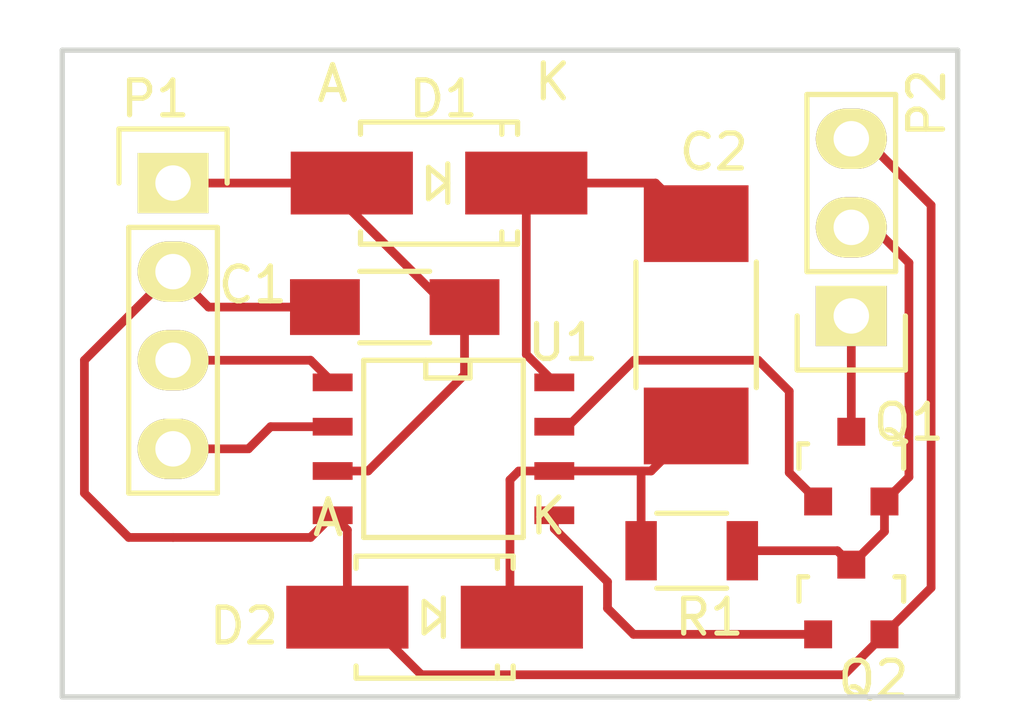
<source format=kicad_pcb>
(kicad_pcb (version 4) (host pcbnew 4.0.1-stable)

  (general
    (links 21)
    (no_connects 0)
    (area 125.019999 98.984999 154.380001 117.677001)
    (thickness 1.6)
    (drawings 4)
    (tracks 66)
    (zones 0)
    (modules 10)
    (nets 11)
  )

  (page A4)
  (layers
    (0 F.Cu signal)
    (31 B.Cu signal)
    (32 B.Adhes user)
    (33 F.Adhes user)
    (34 B.Paste user)
    (35 F.Paste user)
    (36 B.SilkS user)
    (37 F.SilkS user)
    (38 B.Mask user)
    (39 F.Mask user)
    (40 Dwgs.User user)
    (41 Cmts.User user)
    (42 Eco1.User user)
    (43 Eco2.User user)
    (44 Edge.Cuts user)
    (45 Margin user)
    (46 B.CrtYd user)
    (47 F.CrtYd user)
    (48 B.Fab user)
    (49 F.Fab user)
  )

  (setup
    (last_trace_width 0.25)
    (trace_clearance 0.2)
    (zone_clearance 0.508)
    (zone_45_only no)
    (trace_min 0.2)
    (segment_width 0.2)
    (edge_width 0.15)
    (via_size 1.5)
    (via_drill 1)
    (via_min_size 0.4)
    (via_min_drill 0.3)
    (uvia_size 0.3)
    (uvia_drill 0.1)
    (uvias_allowed no)
    (uvia_min_size 0.2)
    (uvia_min_drill 0.1)
    (pcb_text_width 0.3)
    (pcb_text_size 1.5 1.5)
    (mod_edge_width 0.15)
    (mod_text_size 1 1)
    (mod_text_width 0.15)
    (pad_size 1.524 1.524)
    (pad_drill 0.762)
    (pad_to_mask_clearance 0.2)
    (aux_axis_origin 0 0)
    (visible_elements 7FFFFFFF)
    (pcbplotparams
      (layerselection 0x010f0_80000001)
      (usegerberextensions false)
      (excludeedgelayer true)
      (linewidth 0.100000)
      (plotframeref false)
      (viasonmask false)
      (mode 1)
      (useauxorigin false)
      (hpglpennumber 1)
      (hpglpenspeed 20)
      (hpglpendiameter 15)
      (hpglpenoverlay 2)
      (psnegative false)
      (psa4output false)
      (plotreference true)
      (plotvalue true)
      (plotinvisibletext false)
      (padsonsilk false)
      (subtractmaskfromsilk false)
      (outputformat 1)
      (mirror false)
      (drillshape 0)
      (scaleselection 1)
      (outputdirectory gerber))
  )

  (net 0 "")
  (net 1 GND)
  (net 2 "Net-(C2-Pad1)")
  (net 3 "Net-(C2-Pad2)")
  (net 4 VCC)
  (net 5 IN_LO)
  (net 6 IN_HI)
  (net 7 HV)
  (net 8 "Net-(Q1-Pad1)")
  (net 9 "Net-(Q2-Pad1)")
  (net 10 OUT)

  (net_class Default "This is the default net class."
    (clearance 0.2)
    (trace_width 0.25)
    (via_dia 1.5)
    (via_drill 1)
    (uvia_dia 0.3)
    (uvia_drill 0.1)
    (add_net GND)
    (add_net HV)
    (add_net IN_HI)
    (add_net IN_LO)
    (add_net "Net-(C2-Pad1)")
    (add_net "Net-(C2-Pad2)")
    (add_net "Net-(Q1-Pad1)")
    (add_net "Net-(Q2-Pad1)")
    (add_net OUT)
    (add_net VCC)
  )

  (module Diodes_SMD:SMA_Handsoldering (layer F.Cu) (tedit 570EF019) (tstamp 570EEB85)
    (at 135.763 115.316 180)
    (descr "Diode SMA Handsoldering")
    (tags "Diode SMA Handsoldering")
    (path /570EDF5D)
    (attr smd)
    (fp_text reference D2 (at 5.461 -0.254 180) (layer F.SilkS)
      (effects (font (size 1 1) (thickness 0.15)))
    )
    (fp_text value D (at 0.05 4.4 180) (layer F.Fab)
      (effects (font (size 1 1) (thickness 0.15)))
    )
    (fp_line (start -4.5 -2) (end 4.5 -2) (layer F.CrtYd) (width 0.05))
    (fp_line (start 4.5 -2) (end 4.5 2) (layer F.CrtYd) (width 0.05))
    (fp_line (start 4.5 2) (end -4.5 2) (layer F.CrtYd) (width 0.05))
    (fp_line (start -4.5 2) (end -4.5 -2) (layer F.CrtYd) (width 0.05))
    (fp_line (start -0.25 0) (end 0.3 -0.45) (layer F.SilkS) (width 0.15))
    (fp_line (start 0.3 -0.45) (end 0.3 0.45) (layer F.SilkS) (width 0.15))
    (fp_line (start 0.3 0.45) (end -0.25 0) (layer F.SilkS) (width 0.15))
    (fp_line (start -0.25 -0.55) (end -0.25 0.55) (layer F.SilkS) (width 0.15))
    (fp_text user K (at -3.25 2.9 180) (layer F.SilkS)
      (effects (font (size 1 1) (thickness 0.15)))
    )
    (fp_text user A (at 3.05 2.85 180) (layer F.SilkS)
      (effects (font (size 1 1) (thickness 0.15)))
    )
    (fp_line (start -1.79914 1.75006) (end -1.79914 1.39954) (layer F.SilkS) (width 0.15))
    (fp_line (start -1.79914 -1.75006) (end -1.79914 -1.39954) (layer F.SilkS) (width 0.15))
    (fp_line (start 2.25044 1.75006) (end 2.25044 1.39954) (layer F.SilkS) (width 0.15))
    (fp_line (start -2.25044 1.75006) (end -2.25044 1.39954) (layer F.SilkS) (width 0.15))
    (fp_line (start -2.25044 -1.75006) (end -2.25044 -1.39954) (layer F.SilkS) (width 0.15))
    (fp_line (start 2.25044 -1.75006) (end 2.25044 -1.39954) (layer F.SilkS) (width 0.15))
    (fp_line (start -2.25044 1.75006) (end 2.25044 1.75006) (layer F.SilkS) (width 0.15))
    (fp_line (start -2.25044 -1.75006) (end 2.25044 -1.75006) (layer F.SilkS) (width 0.15))
    (pad 1 smd rect (at -2.49936 0 180) (size 3.50012 1.80086) (layers F.Cu F.Paste F.Mask)
      (net 2 "Net-(C2-Pad1)"))
    (pad 2 smd rect (at 2.49936 0 180) (size 3.50012 1.80086) (layers F.Cu F.Paste F.Mask)
      (net 1 GND))
    (model Diodes_SMD.3dshapes/SMA_Handsoldering.wrl
      (at (xyz 0 0 0))
      (scale (xyz 0.3937 0.3937 0.3937))
      (rotate (xyz 0 0 180))
    )
  )

  (module Capacitors_SMD:C_1206_HandSoldering (layer F.Cu) (tedit 570EF00B) (tstamp 56F2FF7F)
    (at 134.62 106.426)
    (descr "Capacitor SMD 1206, hand soldering")
    (tags "capacitor 1206")
    (path /56F2FEDE)
    (attr smd)
    (fp_text reference C1 (at -4.064 -0.635) (layer F.SilkS)
      (effects (font (size 1 1) (thickness 0.15)))
    )
    (fp_text value 0.1uF (at 0 2.3) (layer F.Fab)
      (effects (font (size 1 1) (thickness 0.15)))
    )
    (fp_line (start -3.3 -1.15) (end 3.3 -1.15) (layer F.CrtYd) (width 0.05))
    (fp_line (start -3.3 1.15) (end 3.3 1.15) (layer F.CrtYd) (width 0.05))
    (fp_line (start -3.3 -1.15) (end -3.3 1.15) (layer F.CrtYd) (width 0.05))
    (fp_line (start 3.3 -1.15) (end 3.3 1.15) (layer F.CrtYd) (width 0.05))
    (fp_line (start 1 -1.025) (end -1 -1.025) (layer F.SilkS) (width 0.15))
    (fp_line (start -1 1.025) (end 1 1.025) (layer F.SilkS) (width 0.15))
    (pad 1 smd rect (at -2 0) (size 2 1.6) (layers F.Cu F.Paste F.Mask)
      (net 1 GND))
    (pad 2 smd rect (at 2 0) (size 2 1.6) (layers F.Cu F.Paste F.Mask)
      (net 4 VCC))
    (model Capacitors_SMD.3dshapes/C_1206_HandSoldering.wrl
      (at (xyz 0 0 0))
      (scale (xyz 1 1 1))
      (rotate (xyz 0 0 0))
    )
  )

  (module Capacitors_SMD:C_1812_HandSoldering (layer F.Cu) (tedit 570EEFEC) (tstamp 56F2FF85)
    (at 143.256 106.934 90)
    (descr "Capacitor SMD 1812, hand soldering")
    (tags "capacitor 1812")
    (path /56F2FCB1)
    (attr smd)
    (fp_text reference C2 (at 4.953 0.508 180) (layer F.SilkS)
      (effects (font (size 1 1) (thickness 0.15)))
    )
    (fp_text value 0.1uF (at 0 3 90) (layer F.Fab)
      (effects (font (size 1 1) (thickness 0.15)))
    )
    (fp_line (start -4.3 -1.85) (end 4.3 -1.85) (layer F.CrtYd) (width 0.05))
    (fp_line (start -4.3 1.85) (end 4.3 1.85) (layer F.CrtYd) (width 0.05))
    (fp_line (start -4.3 -1.85) (end -4.3 1.85) (layer F.CrtYd) (width 0.05))
    (fp_line (start 4.3 -1.85) (end 4.3 1.85) (layer F.CrtYd) (width 0.05))
    (fp_line (start 1.8 -1.725) (end -1.8 -1.725) (layer F.SilkS) (width 0.15))
    (fp_line (start -1.8 1.725) (end 1.8 1.725) (layer F.SilkS) (width 0.15))
    (pad 1 smd rect (at -2.9 0 90) (size 2.2 3) (layers F.Cu F.Paste F.Mask)
      (net 2 "Net-(C2-Pad1)"))
    (pad 2 smd rect (at 2.9 0 90) (size 2.2 3) (layers F.Cu F.Paste F.Mask)
      (net 3 "Net-(C2-Pad2)"))
    (model Capacitors_SMD.3dshapes/C_1812_HandSoldering.wrl
      (at (xyz 0 0 0))
      (scale (xyz 1 1 1))
      (rotate (xyz 0 0 0))
    )
  )

  (module Diodes_SMD:SMA_Handsoldering (layer F.Cu) (tedit 570EEFF5) (tstamp 56F2FF8B)
    (at 135.89 102.87 180)
    (descr "Diode SMA Handsoldering")
    (tags "Diode SMA Handsoldering")
    (path /56F2FD37)
    (attr smd)
    (fp_text reference D1 (at -0.127 2.413 180) (layer F.SilkS)
      (effects (font (size 1 1) (thickness 0.15)))
    )
    (fp_text value D (at 0.05 4.4 180) (layer F.Fab)
      (effects (font (size 1 1) (thickness 0.15)))
    )
    (fp_line (start -4.5 -2) (end 4.5 -2) (layer F.CrtYd) (width 0.05))
    (fp_line (start 4.5 -2) (end 4.5 2) (layer F.CrtYd) (width 0.05))
    (fp_line (start 4.5 2) (end -4.5 2) (layer F.CrtYd) (width 0.05))
    (fp_line (start -4.5 2) (end -4.5 -2) (layer F.CrtYd) (width 0.05))
    (fp_line (start -0.25 0) (end 0.3 -0.45) (layer F.SilkS) (width 0.15))
    (fp_line (start 0.3 -0.45) (end 0.3 0.45) (layer F.SilkS) (width 0.15))
    (fp_line (start 0.3 0.45) (end -0.25 0) (layer F.SilkS) (width 0.15))
    (fp_line (start -0.25 -0.55) (end -0.25 0.55) (layer F.SilkS) (width 0.15))
    (fp_text user K (at -3.25 2.9 180) (layer F.SilkS)
      (effects (font (size 1 1) (thickness 0.15)))
    )
    (fp_text user A (at 3.05 2.85 180) (layer F.SilkS)
      (effects (font (size 1 1) (thickness 0.15)))
    )
    (fp_line (start -1.79914 1.75006) (end -1.79914 1.39954) (layer F.SilkS) (width 0.15))
    (fp_line (start -1.79914 -1.75006) (end -1.79914 -1.39954) (layer F.SilkS) (width 0.15))
    (fp_line (start 2.25044 1.75006) (end 2.25044 1.39954) (layer F.SilkS) (width 0.15))
    (fp_line (start -2.25044 1.75006) (end -2.25044 1.39954) (layer F.SilkS) (width 0.15))
    (fp_line (start -2.25044 -1.75006) (end -2.25044 -1.39954) (layer F.SilkS) (width 0.15))
    (fp_line (start 2.25044 -1.75006) (end 2.25044 -1.39954) (layer F.SilkS) (width 0.15))
    (fp_line (start -2.25044 1.75006) (end 2.25044 1.75006) (layer F.SilkS) (width 0.15))
    (fp_line (start -2.25044 -1.75006) (end 2.25044 -1.75006) (layer F.SilkS) (width 0.15))
    (pad 1 smd rect (at -2.49936 0 180) (size 3.50012 1.80086) (layers F.Cu F.Paste F.Mask)
      (net 3 "Net-(C2-Pad2)"))
    (pad 2 smd rect (at 2.49936 0 180) (size 3.50012 1.80086) (layers F.Cu F.Paste F.Mask)
      (net 4 VCC))
    (model Diodes_SMD.3dshapes/SMA_Handsoldering.wrl
      (at (xyz 0 0 0))
      (scale (xyz 0.3937 0.3937 0.3937))
      (rotate (xyz 0 0 180))
    )
  )

  (module TO_SOT_Packages_SMD:SOT-23 (layer F.Cu) (tedit 570EF02E) (tstamp 56F2FF9C)
    (at 147.701 110.998)
    (descr "SOT-23, Standard")
    (tags SOT-23)
    (path /56F2F828)
    (attr smd)
    (fp_text reference Q1 (at 1.651 -1.27) (layer F.SilkS)
      (effects (font (size 1 1) (thickness 0.15)))
    )
    (fp_text value BSS127S-7 (at 0 2.3) (layer F.Fab)
      (effects (font (size 1 1) (thickness 0.15)))
    )
    (fp_line (start -1.65 -1.6) (end 1.65 -1.6) (layer F.CrtYd) (width 0.05))
    (fp_line (start 1.65 -1.6) (end 1.65 1.6) (layer F.CrtYd) (width 0.05))
    (fp_line (start 1.65 1.6) (end -1.65 1.6) (layer F.CrtYd) (width 0.05))
    (fp_line (start -1.65 1.6) (end -1.65 -1.6) (layer F.CrtYd) (width 0.05))
    (fp_line (start 1.29916 -0.65024) (end 1.2509 -0.65024) (layer F.SilkS) (width 0.15))
    (fp_line (start -1.49982 0.0508) (end -1.49982 -0.65024) (layer F.SilkS) (width 0.15))
    (fp_line (start -1.49982 -0.65024) (end -1.2509 -0.65024) (layer F.SilkS) (width 0.15))
    (fp_line (start 1.29916 -0.65024) (end 1.49982 -0.65024) (layer F.SilkS) (width 0.15))
    (fp_line (start 1.49982 -0.65024) (end 1.49982 0.0508) (layer F.SilkS) (width 0.15))
    (pad 1 smd rect (at -0.95 1.00076) (size 0.8001 0.8001) (layers F.Cu F.Paste F.Mask)
      (net 8 "Net-(Q1-Pad1)"))
    (pad 2 smd rect (at 0.95 1.00076) (size 0.8001 0.8001) (layers F.Cu F.Paste F.Mask)
      (net 10 OUT))
    (pad 3 smd rect (at 0 -0.99822) (size 0.8001 0.8001) (layers F.Cu F.Paste F.Mask)
      (net 7 HV))
    (model TO_SOT_Packages_SMD.3dshapes/SOT-23.wrl
      (at (xyz 0 0 0))
      (scale (xyz 1 1 1))
      (rotate (xyz 0 0 0))
    )
  )

  (module TO_SOT_Packages_SMD:SOT-23 (layer F.Cu) (tedit 570EF022) (tstamp 56F2FFA3)
    (at 147.701 114.808)
    (descr "SOT-23, Standard")
    (tags SOT-23)
    (path /56F2F867)
    (attr smd)
    (fp_text reference Q2 (at 0.635 2.286) (layer F.SilkS)
      (effects (font (size 1 1) (thickness 0.15)))
    )
    (fp_text value BSS127S-7 (at 0 2.3) (layer F.Fab)
      (effects (font (size 1 1) (thickness 0.15)))
    )
    (fp_line (start -1.65 -1.6) (end 1.65 -1.6) (layer F.CrtYd) (width 0.05))
    (fp_line (start 1.65 -1.6) (end 1.65 1.6) (layer F.CrtYd) (width 0.05))
    (fp_line (start 1.65 1.6) (end -1.65 1.6) (layer F.CrtYd) (width 0.05))
    (fp_line (start -1.65 1.6) (end -1.65 -1.6) (layer F.CrtYd) (width 0.05))
    (fp_line (start 1.29916 -0.65024) (end 1.2509 -0.65024) (layer F.SilkS) (width 0.15))
    (fp_line (start -1.49982 0.0508) (end -1.49982 -0.65024) (layer F.SilkS) (width 0.15))
    (fp_line (start -1.49982 -0.65024) (end -1.2509 -0.65024) (layer F.SilkS) (width 0.15))
    (fp_line (start 1.29916 -0.65024) (end 1.49982 -0.65024) (layer F.SilkS) (width 0.15))
    (fp_line (start 1.49982 -0.65024) (end 1.49982 0.0508) (layer F.SilkS) (width 0.15))
    (pad 1 smd rect (at -0.95 1.00076) (size 0.8001 0.8001) (layers F.Cu F.Paste F.Mask)
      (net 9 "Net-(Q2-Pad1)"))
    (pad 2 smd rect (at 0.95 1.00076) (size 0.8001 0.8001) (layers F.Cu F.Paste F.Mask)
      (net 1 GND))
    (pad 3 smd rect (at 0 -0.99822) (size 0.8001 0.8001) (layers F.Cu F.Paste F.Mask)
      (net 10 OUT))
    (model TO_SOT_Packages_SMD.3dshapes/SOT-23.wrl
      (at (xyz 0 0 0))
      (scale (xyz 1 1 1))
      (rotate (xyz 0 0 0))
    )
  )

  (module SMD_Packages:SOIC-8-N (layer F.Cu) (tedit 570EF012) (tstamp 56F2FFB6)
    (at 136.017 110.49 270)
    (descr "Module Narrow CMS SOJ 8 pins large")
    (tags "CMS SOJ")
    (path /56F2FBFA)
    (attr smd)
    (fp_text reference U1 (at -3.048 -3.429 540) (layer F.SilkS)
      (effects (font (size 1 1) (thickness 0.15)))
    )
    (fp_text value NCP5304 (at 0 1.27 270) (layer F.Fab)
      (effects (font (size 1 1) (thickness 0.15)))
    )
    (fp_line (start -2.54 -2.286) (end 2.54 -2.286) (layer F.SilkS) (width 0.15))
    (fp_line (start 2.54 -2.286) (end 2.54 2.286) (layer F.SilkS) (width 0.15))
    (fp_line (start 2.54 2.286) (end -2.54 2.286) (layer F.SilkS) (width 0.15))
    (fp_line (start -2.54 2.286) (end -2.54 -2.286) (layer F.SilkS) (width 0.15))
    (fp_line (start -2.54 -0.762) (end -2.032 -0.762) (layer F.SilkS) (width 0.15))
    (fp_line (start -2.032 -0.762) (end -2.032 0.508) (layer F.SilkS) (width 0.15))
    (fp_line (start -2.032 0.508) (end -2.54 0.508) (layer F.SilkS) (width 0.15))
    (pad 8 smd rect (at -1.905 -3.175 270) (size 0.508 1.143) (layers F.Cu F.Paste F.Mask)
      (net 3 "Net-(C2-Pad2)"))
    (pad 7 smd rect (at -0.635 -3.175 270) (size 0.508 1.143) (layers F.Cu F.Paste F.Mask)
      (net 8 "Net-(Q1-Pad1)"))
    (pad 6 smd rect (at 0.635 -3.175 270) (size 0.508 1.143) (layers F.Cu F.Paste F.Mask)
      (net 2 "Net-(C2-Pad1)"))
    (pad 5 smd rect (at 1.905 -3.175 270) (size 0.508 1.143) (layers F.Cu F.Paste F.Mask)
      (net 9 "Net-(Q2-Pad1)"))
    (pad 4 smd rect (at 1.905 3.175 270) (size 0.508 1.143) (layers F.Cu F.Paste F.Mask)
      (net 1 GND))
    (pad 3 smd rect (at 0.635 3.175 270) (size 0.508 1.143) (layers F.Cu F.Paste F.Mask)
      (net 4 VCC))
    (pad 2 smd rect (at -0.635 3.175 270) (size 0.508 1.143) (layers F.Cu F.Paste F.Mask)
      (net 6 IN_HI))
    (pad 1 smd rect (at -1.905 3.175 270) (size 0.508 1.143) (layers F.Cu F.Paste F.Mask)
      (net 5 IN_LO))
    (model SMD_Packages.3dshapes/SOIC-8-N.wrl
      (at (xyz 0 0 0))
      (scale (xyz 0.5 0.38 0.5))
      (rotate (xyz 0 0 0))
    )
  )

  (module Resistors_SMD:R_1206 (layer F.Cu) (tedit 570EF016) (tstamp 570EEB8B)
    (at 143.129 113.411 180)
    (descr "Resistor SMD 1206, reflow soldering, Vishay (see dcrcw.pdf)")
    (tags "resistor 1206")
    (path /570EE021)
    (attr smd)
    (fp_text reference R1 (at -0.508 -1.905 180) (layer F.SilkS)
      (effects (font (size 1 1) (thickness 0.15)))
    )
    (fp_text value 10 (at 0 2.3 180) (layer F.Fab)
      (effects (font (size 1 1) (thickness 0.15)))
    )
    (fp_line (start -2.2 -1.2) (end 2.2 -1.2) (layer F.CrtYd) (width 0.05))
    (fp_line (start -2.2 1.2) (end 2.2 1.2) (layer F.CrtYd) (width 0.05))
    (fp_line (start -2.2 -1.2) (end -2.2 1.2) (layer F.CrtYd) (width 0.05))
    (fp_line (start 2.2 -1.2) (end 2.2 1.2) (layer F.CrtYd) (width 0.05))
    (fp_line (start 1 1.075) (end -1 1.075) (layer F.SilkS) (width 0.15))
    (fp_line (start -1 -1.075) (end 1 -1.075) (layer F.SilkS) (width 0.15))
    (pad 1 smd rect (at -1.45 0 180) (size 0.9 1.7) (layers F.Cu F.Paste F.Mask)
      (net 10 OUT))
    (pad 2 smd rect (at 1.45 0 180) (size 0.9 1.7) (layers F.Cu F.Paste F.Mask)
      (net 2 "Net-(C2-Pad1)"))
    (model Resistors_SMD.3dshapes/R_1206.wrl
      (at (xyz 0 0 0))
      (scale (xyz 1 1 1))
      (rotate (xyz 0 0 0))
    )
  )

  (module Pin_Headers:Pin_Header_Straight_1x04 (layer F.Cu) (tedit 570EF035) (tstamp 570EEEEC)
    (at 128.27 102.87)
    (descr "Through hole pin header")
    (tags "pin header")
    (path /570EF1D4)
    (fp_text reference P1 (at -0.508 -2.413) (layer F.SilkS)
      (effects (font (size 1 1) (thickness 0.15)))
    )
    (fp_text value CONN_01X04 (at 0 -3.1) (layer F.Fab)
      (effects (font (size 1 1) (thickness 0.15)))
    )
    (fp_line (start -1.75 -1.75) (end -1.75 9.4) (layer F.CrtYd) (width 0.05))
    (fp_line (start 1.75 -1.75) (end 1.75 9.4) (layer F.CrtYd) (width 0.05))
    (fp_line (start -1.75 -1.75) (end 1.75 -1.75) (layer F.CrtYd) (width 0.05))
    (fp_line (start -1.75 9.4) (end 1.75 9.4) (layer F.CrtYd) (width 0.05))
    (fp_line (start -1.27 1.27) (end -1.27 8.89) (layer F.SilkS) (width 0.15))
    (fp_line (start 1.27 1.27) (end 1.27 8.89) (layer F.SilkS) (width 0.15))
    (fp_line (start 1.55 -1.55) (end 1.55 0) (layer F.SilkS) (width 0.15))
    (fp_line (start -1.27 8.89) (end 1.27 8.89) (layer F.SilkS) (width 0.15))
    (fp_line (start 1.27 1.27) (end -1.27 1.27) (layer F.SilkS) (width 0.15))
    (fp_line (start -1.55 0) (end -1.55 -1.55) (layer F.SilkS) (width 0.15))
    (fp_line (start -1.55 -1.55) (end 1.55 -1.55) (layer F.SilkS) (width 0.15))
    (pad 1 thru_hole rect (at 0 0) (size 2.032 1.7272) (drill 1.016) (layers *.Cu *.Mask F.SilkS)
      (net 4 VCC))
    (pad 2 thru_hole oval (at 0 2.54) (size 2.032 1.7272) (drill 1.016) (layers *.Cu *.Mask F.SilkS)
      (net 1 GND))
    (pad 3 thru_hole oval (at 0 5.08) (size 2.032 1.7272) (drill 1.016) (layers *.Cu *.Mask F.SilkS)
      (net 5 IN_LO))
    (pad 4 thru_hole oval (at 0 7.62) (size 2.032 1.7272) (drill 1.016) (layers *.Cu *.Mask F.SilkS)
      (net 6 IN_HI))
    (model Pin_Headers.3dshapes/Pin_Header_Straight_1x04.wrl
      (at (xyz 0 -0.15 0))
      (scale (xyz 1 1 1))
      (rotate (xyz 0 0 90))
    )
  )

  (module Pin_Headers:Pin_Header_Straight_1x03 (layer F.Cu) (tedit 570EF028) (tstamp 570EEEF3)
    (at 147.701 106.68 180)
    (descr "Through hole pin header")
    (tags "pin header")
    (path /570EF2D8)
    (fp_text reference P2 (at -2.159 6.096 270) (layer F.SilkS)
      (effects (font (size 1 1) (thickness 0.15)))
    )
    (fp_text value CONN_01X03 (at 0 -3.1 180) (layer F.Fab)
      (effects (font (size 1 1) (thickness 0.15)))
    )
    (fp_line (start -1.75 -1.75) (end -1.75 6.85) (layer F.CrtYd) (width 0.05))
    (fp_line (start 1.75 -1.75) (end 1.75 6.85) (layer F.CrtYd) (width 0.05))
    (fp_line (start -1.75 -1.75) (end 1.75 -1.75) (layer F.CrtYd) (width 0.05))
    (fp_line (start -1.75 6.85) (end 1.75 6.85) (layer F.CrtYd) (width 0.05))
    (fp_line (start -1.27 1.27) (end -1.27 6.35) (layer F.SilkS) (width 0.15))
    (fp_line (start -1.27 6.35) (end 1.27 6.35) (layer F.SilkS) (width 0.15))
    (fp_line (start 1.27 6.35) (end 1.27 1.27) (layer F.SilkS) (width 0.15))
    (fp_line (start 1.55 -1.55) (end 1.55 0) (layer F.SilkS) (width 0.15))
    (fp_line (start 1.27 1.27) (end -1.27 1.27) (layer F.SilkS) (width 0.15))
    (fp_line (start -1.55 0) (end -1.55 -1.55) (layer F.SilkS) (width 0.15))
    (fp_line (start -1.55 -1.55) (end 1.55 -1.55) (layer F.SilkS) (width 0.15))
    (pad 1 thru_hole rect (at 0 0 180) (size 2.032 1.7272) (drill 1.016) (layers *.Cu *.Mask F.SilkS)
      (net 7 HV))
    (pad 2 thru_hole oval (at 0 2.54 180) (size 2.032 1.7272) (drill 1.016) (layers *.Cu *.Mask F.SilkS)
      (net 10 OUT))
    (pad 3 thru_hole oval (at 0 5.08 180) (size 2.032 1.7272) (drill 1.016) (layers *.Cu *.Mask F.SilkS)
      (net 1 GND))
    (model Pin_Headers.3dshapes/Pin_Header_Straight_1x03.wrl
      (at (xyz 0 -0.1 0))
      (scale (xyz 1 1 1))
      (rotate (xyz 0 0 90))
    )
  )

  (gr_line (start 150.749 99.06) (end 125.095 99.06) (angle 90) (layer Edge.Cuts) (width 0.15))
  (gr_line (start 150.749 117.602) (end 125.095 117.602) (angle 90) (layer Edge.Cuts) (width 0.15))
  (gr_line (start 150.749 99.06) (end 150.749 117.602) (angle 90) (layer Edge.Cuts) (width 0.15))
  (gr_line (start 125.095 117.602) (end 125.095 99.06) (angle 90) (layer Edge.Cuts) (width 0.15))

  (segment (start 133.26364 115.316) (end 133.731 115.316) (width 0.25) (layer F.Cu) (net 1))
  (segment (start 133.731 115.316) (end 135.382 116.967) (width 0.25) (layer F.Cu) (net 1) (tstamp 570EEF96))
  (segment (start 147.49276 116.967) (end 148.651 115.80876) (width 0.25) (layer F.Cu) (net 1) (tstamp 570EEF99))
  (segment (start 135.382 116.967) (end 147.49276 116.967) (width 0.25) (layer F.Cu) (net 1) (tstamp 570EEF97))
  (segment (start 147.701 101.6) (end 148.082 101.6) (width 0.25) (layer F.Cu) (net 1))
  (segment (start 148.082 101.6) (end 149.987 103.505) (width 0.25) (layer F.Cu) (net 1) (tstamp 570EEF0A))
  (segment (start 149.987 103.505) (end 149.987 114.47276) (width 0.25) (layer F.Cu) (net 1) (tstamp 570EEF0B))
  (segment (start 149.987 114.47276) (end 148.651 115.80876) (width 0.25) (layer F.Cu) (net 1) (tstamp 570EEF0D))
  (segment (start 148.651 115.80876) (end 148.60524 115.80876) (width 0.25) (layer F.Cu) (net 1))
  (segment (start 132.62 106.426) (end 129.286 106.426) (width 0.25) (layer F.Cu) (net 1))
  (segment (start 129.286 106.426) (end 128.27 105.41) (width 0.25) (layer F.Cu) (net 1) (tstamp 570EEDAA))
  (segment (start 133.26364 115.316) (end 133.26364 112.81664) (width 0.25) (layer F.Cu) (net 1))
  (segment (start 133.26364 112.81664) (end 132.842 112.395) (width 0.25) (layer F.Cu) (net 1) (tstamp 570EED7B))
  (segment (start 128.27 113.03) (end 132.207 113.03) (width 0.25) (layer F.Cu) (net 1))
  (segment (start 132.207 113.03) (end 132.842 112.395) (width 0.25) (layer F.Cu) (net 1) (tstamp 570EED71))
  (segment (start 128.27 113.03) (end 127 113.03) (width 0.25) (layer F.Cu) (net 1))
  (segment (start 125.73 107.95) (end 128.27 105.41) (width 0.25) (layer F.Cu) (net 1) (tstamp 56F301B9))
  (segment (start 125.73 111.76) (end 125.73 107.95) (width 0.25) (layer F.Cu) (net 1) (tstamp 56F301B7))
  (segment (start 127 113.03) (end 125.73 111.76) (width 0.25) (layer F.Cu) (net 1) (tstamp 56F301B5))
  (segment (start 139.192 111.125) (end 138.176 111.125) (width 0.25) (layer F.Cu) (net 2))
  (segment (start 137.922 111.379) (end 137.922 114.97564) (width 0.25) (layer F.Cu) (net 2) (tstamp 570EEF92))
  (segment (start 138.176 111.125) (end 137.922 111.379) (width 0.25) (layer F.Cu) (net 2) (tstamp 570EEF91))
  (segment (start 137.922 114.97564) (end 138.26236 115.316) (width 0.25) (layer F.Cu) (net 2) (tstamp 570EEF93))
  (segment (start 141.679 113.411) (end 141.679 111.125) (width 0.25) (layer F.Cu) (net 2))
  (segment (start 141.679 111.125) (end 141.732 111.125) (width 0.25) (layer F.Cu) (net 2) (tstamp 570EEF8B))
  (segment (start 139.192 111.125) (end 141.732 111.125) (width 0.25) (layer F.Cu) (net 2))
  (segment (start 141.732 111.125) (end 141.965 111.125) (width 0.25) (layer F.Cu) (net 2) (tstamp 570EEF8F))
  (segment (start 141.965 111.125) (end 143.256 109.834) (width 0.25) (layer F.Cu) (net 2) (tstamp 570EEF7E))
  (segment (start 138.38936 102.87) (end 142.092 102.87) (width 0.25) (layer F.Cu) (net 3))
  (segment (start 142.092 102.87) (end 143.256 104.034) (width 0.25) (layer F.Cu) (net 3) (tstamp 570EEF71))
  (segment (start 138.38936 102.87) (end 138.38936 107.78236) (width 0.25) (layer F.Cu) (net 3))
  (segment (start 138.38936 107.78236) (end 139.192 108.585) (width 0.25) (layer F.Cu) (net 3) (tstamp 570EEF6D))
  (segment (start 136.62 106.426) (end 136.144 106.426) (width 0.25) (layer F.Cu) (net 4))
  (segment (start 136.144 106.426) (end 133.39064 103.67264) (width 0.25) (layer F.Cu) (net 4) (tstamp 570EEDA6))
  (segment (start 133.39064 103.67264) (end 133.39064 102.87) (width 0.25) (layer F.Cu) (net 4) (tstamp 570EEDA7))
  (segment (start 132.842 111.125) (end 133.858 111.125) (width 0.25) (layer F.Cu) (net 4))
  (segment (start 136.62 108.363) (end 136.62 106.426) (width 0.25) (layer F.Cu) (net 4) (tstamp 570EED76))
  (segment (start 133.858 111.125) (end 136.62 108.363) (width 0.25) (layer F.Cu) (net 4) (tstamp 570EED74))
  (segment (start 128.27 102.87) (end 133.39064 102.87) (width 0.25) (layer F.Cu) (net 4))
  (segment (start 128.27 107.95) (end 132.207 107.95) (width 0.25) (layer F.Cu) (net 5))
  (segment (start 132.207 107.95) (end 132.842 108.585) (width 0.25) (layer F.Cu) (net 5) (tstamp 570EED6A))
  (segment (start 128.27 110.49) (end 130.429 110.49) (width 0.25) (layer F.Cu) (net 6))
  (segment (start 131.064 109.855) (end 132.842 109.855) (width 0.25) (layer F.Cu) (net 6) (tstamp 570EED6E))
  (segment (start 130.429 110.49) (end 131.064 109.855) (width 0.25) (layer F.Cu) (net 6) (tstamp 570EED6D))
  (segment (start 147.701 106.68) (end 147.701 109.99978) (width 0.25) (layer F.Cu) (net 7))
  (segment (start 147.701 109.99978) (end 147.59178 109.99978) (width 0.25) (layer F.Cu) (net 7))
  (segment (start 139.192 109.855) (end 139.573 109.855) (width 0.25) (layer F.Cu) (net 8))
  (segment (start 139.573 109.855) (end 141.478 107.95) (width 0.25) (layer F.Cu) (net 8) (tstamp 570EEF82))
  (segment (start 141.478 107.95) (end 145.034 107.95) (width 0.25) (layer F.Cu) (net 8) (tstamp 570EEF83))
  (segment (start 145.034 107.95) (end 145.923 108.839) (width 0.25) (layer F.Cu) (net 8) (tstamp 570EEF85))
  (segment (start 145.923 108.839) (end 145.923 111.17076) (width 0.25) (layer F.Cu) (net 8) (tstamp 570EEF86))
  (segment (start 145.923 111.17076) (end 146.751 111.99876) (width 0.25) (layer F.Cu) (net 8) (tstamp 570EEF87))
  (segment (start 139.192 112.395) (end 139.192 112.776) (width 0.25) (layer F.Cu) (net 9))
  (segment (start 141.46276 115.80876) (end 146.751 115.80876) (width 0.25) (layer F.Cu) (net 9) (tstamp 570EEFA6))
  (segment (start 140.716 115.062) (end 141.46276 115.80876) (width 0.25) (layer F.Cu) (net 9) (tstamp 570EEFA5))
  (segment (start 140.716 114.3) (end 140.716 115.062) (width 0.25) (layer F.Cu) (net 9) (tstamp 570EEFA2))
  (segment (start 139.192 112.776) (end 140.716 114.3) (width 0.25) (layer F.Cu) (net 9) (tstamp 570EEFA1))
  (segment (start 144.579 113.411) (end 147.30222 113.411) (width 0.25) (layer F.Cu) (net 10))
  (segment (start 147.30222 113.411) (end 147.701 113.80978) (width 0.25) (layer F.Cu) (net 10) (tstamp 570EEFAF))
  (segment (start 147.701 104.14) (end 148.336 104.14) (width 0.25) (layer F.Cu) (net 10))
  (segment (start 148.336 104.14) (end 149.352 105.156) (width 0.25) (layer F.Cu) (net 10) (tstamp 570EEF04))
  (segment (start 149.352 105.156) (end 149.352 111.29776) (width 0.25) (layer F.Cu) (net 10) (tstamp 570EEF05))
  (segment (start 149.352 111.29776) (end 148.651 111.99876) (width 0.25) (layer F.Cu) (net 10) (tstamp 570EEF07))
  (segment (start 148.971 111.67876) (end 148.651 111.99876) (width 0.25) (layer F.Cu) (net 10) (tstamp 570EEE16))
  (segment (start 148.651 111.99876) (end 148.651 112.85978) (width 0.25) (layer F.Cu) (net 10))
  (segment (start 148.651 112.85978) (end 147.701 113.80978) (width 0.25) (layer F.Cu) (net 10) (tstamp 56F30116))

)

</source>
